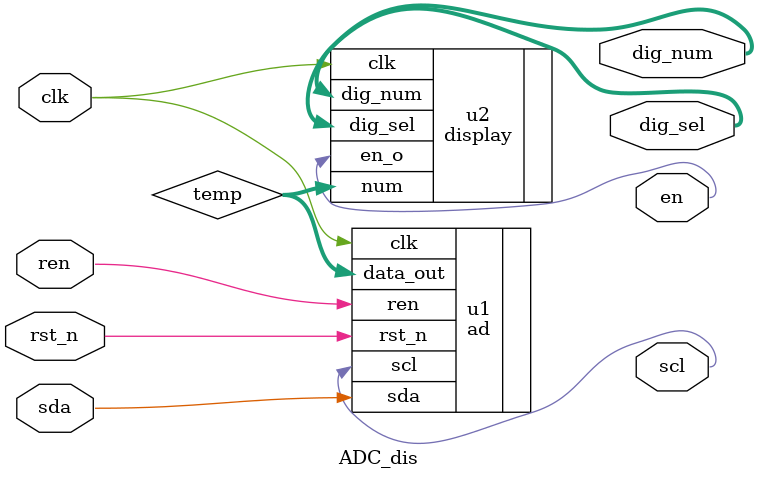
<source format=v>
module ADC_dis(clk,rst_n,ren,scl,sda,dig_sel,dig_num,en);
	input clk,rst_n,ren;
	output scl,en;
	inout sda;
	output [2:0]dig_sel;
	output [7:0]dig_num;
	
	
	//--------------------------------
	wire [7:0]temp;

ad      u1(.clk(clk),
				.rst_n(rst_n),
				.ren(ren),
				.scl(scl),
				.sda(sda),
				.data_out(temp));
				
display  u2(.clk(clk), 
				.num(temp), 
				.dig_sel(dig_sel), 
				.en_o(en), 
				.dig_num(dig_num));
				

	
endmodule

</source>
